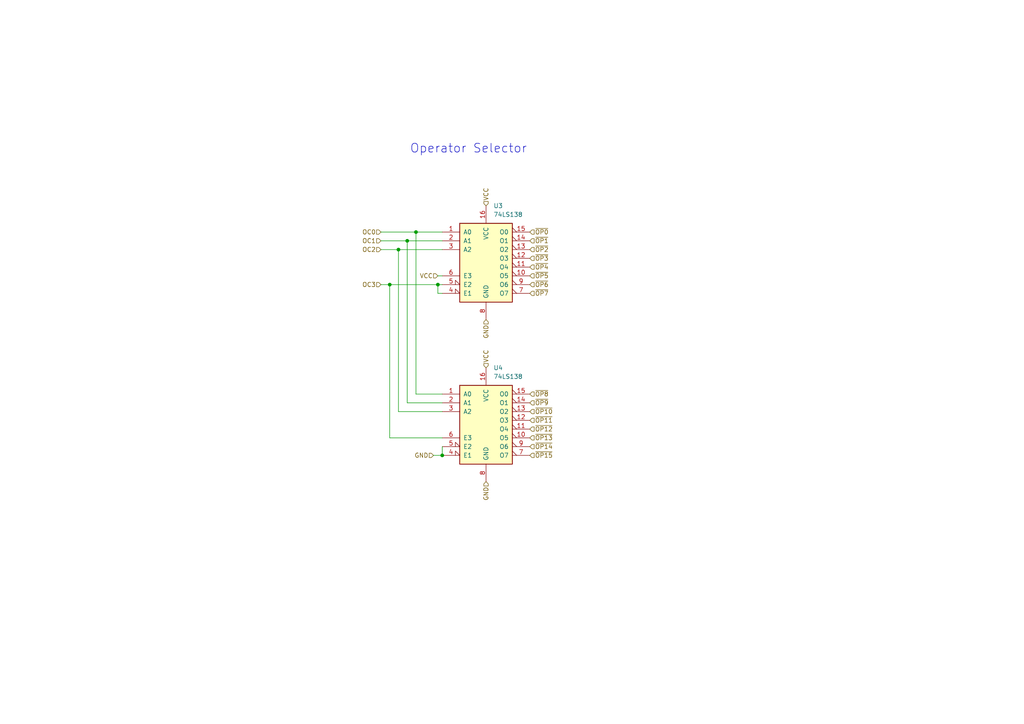
<source format=kicad_sch>
(kicad_sch (version 20250114) (generator "eeschema") (generator_version "9.0")
  (paper "A4")
  (title_block (title "Operator Selector") (date "2025-11-30") (rev "1.0") (company "Marco Vettigli"))
  (lib_symbols
    (symbol "74xx:74LS138" (pin_names (offset 1.016))
      (property "Reference" "U" (at -7.62 11.43 0))
      (property "Value" "74LS138" (at -7.62 -13.97 0))
      (symbol "74LS138_1_0"
        (pin input line (at -12.7 7.62 0) (length 5.08) (name "A0") (number "1"))
        (pin input line (at -12.7 5.08 0) (length 5.08) (name "A1") (number "2"))
        (pin input line (at -12.7 2.54 0) (length 5.08) (name "A2") (number "3"))
        (pin input line (at -12.7 -5.08 0) (length 5.08) (name "E3") (number "6"))
        (pin input input_low (at -12.7 -7.62 0) (length 5.08) (name "E2") (number "5"))
        (pin input input_low (at -12.7 -10.16 0) (length 5.08) (name "E1") (number "4"))
        (pin power_in line (at 0 15.24 270) (length 5.08) (name "VCC") (number "16"))
        (pin power_in line (at 0 -17.78 90) (length 5.08) (name "GND") (number "8"))
        (pin output output_low (at 12.7 7.62 180) (length 5.08) (name "O0") (number "15"))
        (pin output output_low (at 12.7 5.08 180) (length 5.08) (name "O1") (number "14"))
        (pin output output_low (at 12.7 2.54 180) (length 5.08) (name "O2") (number "13"))
        (pin output output_low (at 12.7 0 180) (length 5.08) (name "O3") (number "12"))
        (pin output output_low (at 12.7 -2.54 180) (length 5.08) (name "O4") (number "11"))
        (pin output output_low (at 12.7 -5.08 180) (length 5.08) (name "O5") (number "10"))
        (pin output output_low (at 12.7 -7.62 180) (length 5.08) (name "O6") (number "9"))
        (pin output output_low (at 12.7 -10.16 180) (length 5.08) (name "O7") (number "7"))
      )
      (symbol "74LS138_1_1"
        (rectangle (start -7.62 10.16) (end 7.62 -12.7) (stroke (width 0.254)) (fill (type background)))
      )
    )
  )
  (text "Operator Selector" (at 135.89 43.18 0) (effects (font (size 2.54 2.54))))
  (junction (at 115.57 72.39))
  (junction (at 127 82.55))
  (junction (at 128.27 132.08))
  (junction (at 120.65 67.31))
  (junction (at 118.11 69.85))
  (junction (at 113.03 82.55))
  (wire (pts (xy 110.49 69.85) (xy 118.11 69.85)))
  (wire (pts (xy 127 80.01) (xy 128.27 80.01)))
  (wire (pts (xy 115.57 119.38) (xy 128.27 119.38)))
  (wire (pts (xy 113.03 82.55) (xy 113.03 127)))
  (wire (pts (xy 118.11 69.85) (xy 118.11 116.84)))
  (wire (pts (xy 115.57 72.39) (xy 115.57 119.38)))
  (wire (pts (xy 128.27 85.09) (xy 127 85.09)))
  (wire (pts (xy 113.03 127) (xy 128.27 127)))
  (wire (pts (xy 127 82.55) (xy 127 85.09)))
  (wire (pts (xy 110.49 82.55) (xy 113.03 82.55)))
  (wire (pts (xy 118.11 116.84) (xy 128.27 116.84)))
  (wire (pts (xy 110.49 72.39) (xy 115.57 72.39)))
  (wire (pts (xy 128.27 129.54) (xy 128.27 132.08)))
  (wire (pts (xy 113.03 82.55) (xy 127 82.55)))
  (wire (pts (xy 110.49 67.31) (xy 120.65 67.31)))
  (wire (pts (xy 115.57 72.39) (xy 128.27 72.39)))
  (wire (pts (xy 118.11 69.85) (xy 128.27 69.85)))
  (wire (pts (xy 120.65 114.3) (xy 128.27 114.3)))
  (wire (pts (xy 120.65 67.31) (xy 128.27 67.31)))
  (wire (pts (xy 120.65 67.31) (xy 120.65 114.3)))
  (wire (pts (xy 127 82.55) (xy 128.27 82.55)))
  (wire (pts (xy 128.27 132.08) (xy 125.73 132.08)))
  (hierarchical_label "~{OP15}" (shape input) (at 153.67 132.08 0))
  (hierarchical_label "~{OP2}" (shape input) (at 153.67 72.39 0))
  (hierarchical_label "OC0" (shape input) (at 110.49 67.31 180))
  (hierarchical_label "OC2" (shape input) (at 110.49 72.39 180))
  (hierarchical_label "~{OP1}" (shape input) (at 153.67 69.85 0))
  (hierarchical_label "VCC" (shape input) (at 140.97 106.68 90))
  (hierarchical_label "OC3" (shape input) (at 110.49 82.55 180))
  (hierarchical_label "~{OP12}" (shape input) (at 153.67 124.46 0))
  (hierarchical_label "~{OP9}" (shape input) (at 153.67 116.84 0))
  (hierarchical_label "VCC" (shape input) (at 127 80.01 180))
  (hierarchical_label "GND" (shape input) (at 140.97 92.71 270))
  (hierarchical_label "~{OP6}" (shape input) (at 153.67 82.55 0))
  (hierarchical_label "~{OP14}" (shape input) (at 153.67 129.54 0))
  (hierarchical_label "~{OP3}" (shape input) (at 153.67 74.93 0))
  (hierarchical_label "~{OP11}" (shape input) (at 153.67 121.92 0))
  (hierarchical_label "GND" (shape input) (at 140.97 139.7 270))
  (hierarchical_label "~{OP8}" (shape input) (at 153.67 114.3 0))
  (hierarchical_label "~{OP10}" (shape input) (at 153.67 119.38 0))
  (hierarchical_label "~{OP5}" (shape input) (at 153.67 80.01 0))
  (hierarchical_label "~{OP4}" (shape input) (at 153.67 77.47 0))
  (hierarchical_label "~{OP7}" (shape input) (at 153.67 85.09 0))
  (hierarchical_label "OC1" (shape input) (at 110.49 69.85 180))
  (hierarchical_label "~{OP0}" (shape input) (at 153.67 67.31 0))
  (hierarchical_label "~{OP13}" (shape input) (at 153.67 127 0))
  (hierarchical_label "GND" (shape input) (at 125.73 132.08 180))
  (hierarchical_label "VCC" (shape input) (at 140.97 59.69 90))
  (symbol (lib_id "74xx:74LS138") (at 140.97 74.93 0) (unit 1)
    (property "Reference" "U3" (at 143.1133 59.69 0) (effects (justify left)))
    (property "Value" "74LS138" (at 143.1133 62.23 0) (effects (justify left)))
    (property "Footprint" "Package_DIP:DIP-16_W10.16mm" (effects (hide yes)))
    (property "Datasheet" "http://www.ti.com/lit/gpn/sn74LS138" (effects (hide yes)))
    (property "Description" "Decoder 3 to 8 active low outputs" (effects (hide yes)))
  )
  (symbol (lib_id "74xx:74LS138") (at 140.97 121.92 0) (unit 1)
    (property "Reference" "U4" (at 143.1133 106.68 0) (effects (justify left)))
    (property "Value" "74LS138" (at 143.1133 109.22 0) (effects (justify left)))
    (property "Footprint" "Package_DIP:DIP-16_W10.16mm" (effects (hide yes)))
    (property "Datasheet" "http://www.ti.com/lit/gpn/sn74LS138" (effects (hide yes)))
    (property "Description" "Decoder 3 to 8 active low outputs" (effects (hide yes)))
  )
)
</source>
